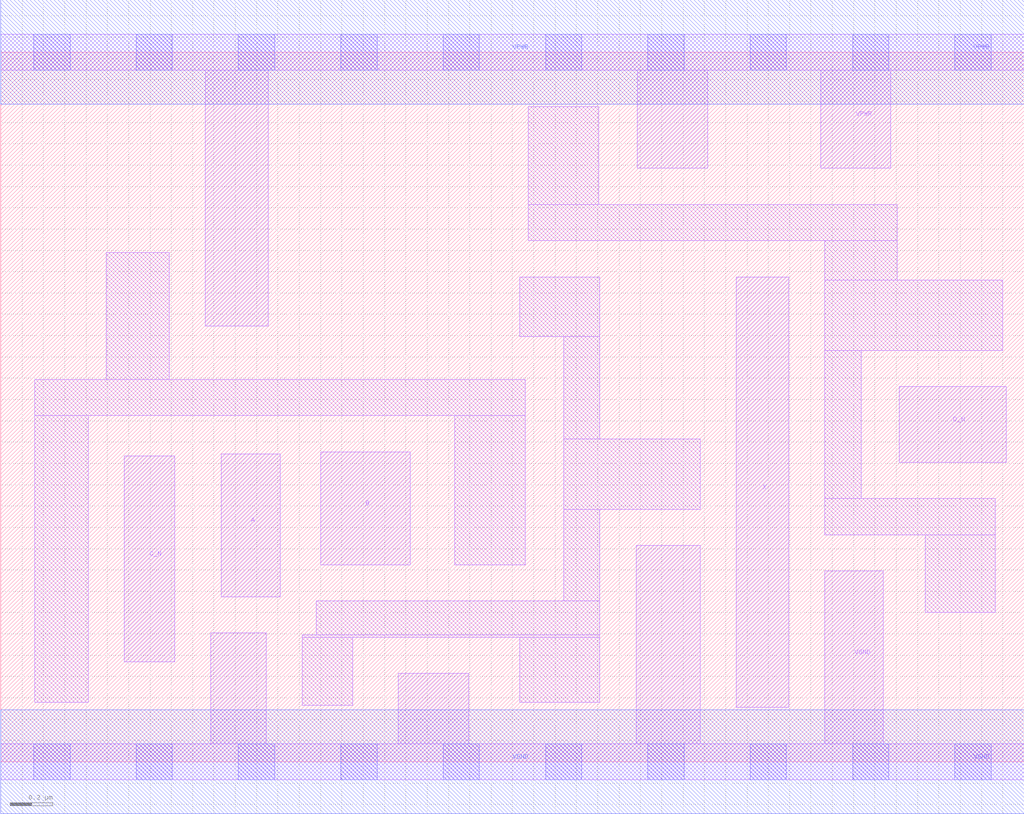
<source format=lef>
# Copyright 2020 The SkyWater PDK Authors
#
# Licensed under the Apache License, Version 2.0 (the "License");
# you may not use this file except in compliance with the License.
# You may obtain a copy of the License at
#
#     https://www.apache.org/licenses/LICENSE-2.0
#
# Unless required by applicable law or agreed to in writing, software
# distributed under the License is distributed on an "AS IS" BASIS,
# WITHOUT WARRANTIES OR CONDITIONS OF ANY KIND, either express or implied.
# See the License for the specific language governing permissions and
# limitations under the License.
#
# SPDX-License-Identifier: Apache-2.0

VERSION 5.7 ;
  NAMESCASESENSITIVE ON ;
  NOWIREEXTENSIONATPIN ON ;
  DIVIDERCHAR "/" ;
  BUSBITCHARS "[]" ;
UNITS
  DATABASE MICRONS 200 ;
END UNITS
MACRO sky130_fd_sc_lp__or4bb_2
  CLASS CORE ;
  SOURCE USER ;
  FOREIGN sky130_fd_sc_lp__or4bb_2 ;
  ORIGIN  0.000000  0.000000 ;
  SIZE  4.800000 BY  3.330000 ;
  SYMMETRY X Y R90 ;
  SITE unit ;
  PIN A
    ANTENNAGATEAREA  0.126000 ;
    DIRECTION INPUT ;
    USE SIGNAL ;
    PORT
      LAYER li1 ;
        RECT 1.035000 0.775000 1.310000 1.445000 ;
    END
  END A
  PIN B
    ANTENNAGATEAREA  0.126000 ;
    DIRECTION INPUT ;
    USE SIGNAL ;
    PORT
      LAYER li1 ;
        RECT 1.500000 0.925000 1.920000 1.455000 ;
    END
  END B
  PIN C_N
    ANTENNAGATEAREA  0.126000 ;
    DIRECTION INPUT ;
    USE SIGNAL ;
    PORT
      LAYER li1 ;
        RECT 0.580000 0.470000 0.815000 1.435000 ;
    END
  END C_N
  PIN D_N
    ANTENNAGATEAREA  0.126000 ;
    DIRECTION INPUT ;
    USE SIGNAL ;
    PORT
      LAYER li1 ;
        RECT 4.215000 1.405000 4.715000 1.760000 ;
    END
  END D_N
  PIN X
    ANTENNADIFFAREA  0.588000 ;
    DIRECTION OUTPUT ;
    USE SIGNAL ;
    PORT
      LAYER li1 ;
        RECT 3.450000 0.255000 3.695000 2.275000 ;
    END
  END X
  PIN VGND
    DIRECTION INOUT ;
    USE GROUND ;
    PORT
      LAYER li1 ;
        RECT 0.000000 -0.085000 4.800000 0.085000 ;
        RECT 0.985000  0.085000 1.245000 0.605000 ;
        RECT 1.865000  0.085000 2.195000 0.415000 ;
        RECT 2.980000  0.085000 3.280000 1.015000 ;
        RECT 3.865000  0.085000 4.140000 0.895000 ;
      LAYER mcon ;
        RECT 0.155000 -0.085000 0.325000 0.085000 ;
        RECT 0.635000 -0.085000 0.805000 0.085000 ;
        RECT 1.115000 -0.085000 1.285000 0.085000 ;
        RECT 1.595000 -0.085000 1.765000 0.085000 ;
        RECT 2.075000 -0.085000 2.245000 0.085000 ;
        RECT 2.555000 -0.085000 2.725000 0.085000 ;
        RECT 3.035000 -0.085000 3.205000 0.085000 ;
        RECT 3.515000 -0.085000 3.685000 0.085000 ;
        RECT 3.995000 -0.085000 4.165000 0.085000 ;
        RECT 4.475000 -0.085000 4.645000 0.085000 ;
      LAYER met1 ;
        RECT 0.000000 -0.245000 4.800000 0.245000 ;
    END
  END VGND
  PIN VPWR
    DIRECTION INOUT ;
    USE POWER ;
    PORT
      LAYER li1 ;
        RECT 0.000000 3.245000 4.800000 3.415000 ;
        RECT 0.960000 2.045000 1.255000 3.245000 ;
        RECT 2.985000 2.785000 3.315000 3.245000 ;
        RECT 3.845000 2.785000 4.175000 3.245000 ;
      LAYER mcon ;
        RECT 0.155000 3.245000 0.325000 3.415000 ;
        RECT 0.635000 3.245000 0.805000 3.415000 ;
        RECT 1.115000 3.245000 1.285000 3.415000 ;
        RECT 1.595000 3.245000 1.765000 3.415000 ;
        RECT 2.075000 3.245000 2.245000 3.415000 ;
        RECT 2.555000 3.245000 2.725000 3.415000 ;
        RECT 3.035000 3.245000 3.205000 3.415000 ;
        RECT 3.515000 3.245000 3.685000 3.415000 ;
        RECT 3.995000 3.245000 4.165000 3.415000 ;
        RECT 4.475000 3.245000 4.645000 3.415000 ;
      LAYER met1 ;
        RECT 0.000000 3.085000 4.800000 3.575000 ;
    END
  END VPWR
  OBS
    LAYER li1 ;
      RECT 0.160000 0.280000 0.410000 1.625000 ;
      RECT 0.160000 1.625000 2.460000 1.795000 ;
      RECT 0.495000 1.795000 0.790000 2.390000 ;
      RECT 1.415000 0.265000 1.650000 0.585000 ;
      RECT 1.415000 0.585000 2.810000 0.595000 ;
      RECT 1.480000 0.595000 2.810000 0.755000 ;
      RECT 2.130000 0.925000 2.460000 1.625000 ;
      RECT 2.435000 0.280000 2.810000 0.585000 ;
      RECT 2.435000 1.995000 2.810000 2.275000 ;
      RECT 2.475000 2.445000 4.205000 2.615000 ;
      RECT 2.475000 2.615000 2.805000 3.075000 ;
      RECT 2.640000 0.755000 2.810000 1.185000 ;
      RECT 2.640000 1.185000 3.280000 1.515000 ;
      RECT 2.640000 1.515000 2.810000 1.995000 ;
      RECT 3.865000 1.065000 4.665000 1.235000 ;
      RECT 3.865000 1.235000 4.035000 1.930000 ;
      RECT 3.865000 1.930000 4.700000 2.260000 ;
      RECT 3.865000 2.260000 4.205000 2.445000 ;
      RECT 4.335000 0.700000 4.665000 1.065000 ;
  END
END sky130_fd_sc_lp__or4bb_2

</source>
